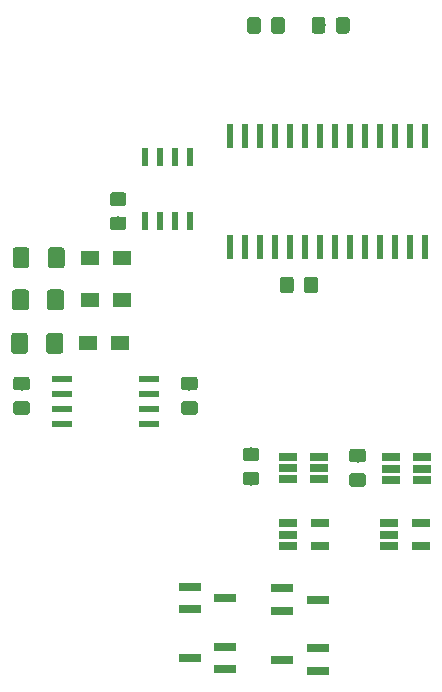
<source format=gtp>
G04 #@! TF.GenerationSoftware,KiCad,Pcbnew,(5.0.0-3-g5ebb6b6)*
G04 #@! TF.CreationDate,2018-11-03T13:26:03-04:00*
G04 #@! TF.ProjectId,vent,76656E742E6B696361645F7063620000,rev?*
G04 #@! TF.SameCoordinates,Original*
G04 #@! TF.FileFunction,Paste,Top*
G04 #@! TF.FilePolarity,Positive*
%FSLAX46Y46*%
G04 Gerber Fmt 4.6, Leading zero omitted, Abs format (unit mm)*
G04 Created by KiCad (PCBNEW (5.0.0-3-g5ebb6b6)) date Saturday, November 03, 2018 at 01:26:03 PM*
%MOMM*%
%LPD*%
G01*
G04 APERTURE LIST*
%ADD10R,0.600000X2.000000*%
%ADD11C,0.100000*%
%ADD12C,1.150000*%
%ADD13R,1.750000X0.550000*%
%ADD14R,0.600000X1.550000*%
%ADD15C,1.425000*%
%ADD16R,1.560000X0.650000*%
%ADD17R,1.900000X0.800000*%
%ADD18R,1.500000X1.300000*%
G04 APERTURE END LIST*
D10*
G04 #@! TO.C,U3*
X165735000Y-82424000D03*
X164465000Y-82424000D03*
X163195000Y-82424000D03*
X161925000Y-82424000D03*
X160655000Y-82424000D03*
X159385000Y-82424000D03*
X158115000Y-82424000D03*
X156845000Y-82424000D03*
X155575000Y-82424000D03*
X154305000Y-82424000D03*
X153035000Y-82424000D03*
X151765000Y-82424000D03*
X150495000Y-82424000D03*
X149225000Y-82424000D03*
X149225000Y-73024000D03*
X150495000Y-73024000D03*
X151765000Y-73024000D03*
X153035000Y-73024000D03*
X154305000Y-73024000D03*
X155575000Y-73024000D03*
X156845000Y-73024000D03*
X158115000Y-73024000D03*
X159385000Y-73024000D03*
X160655000Y-73024000D03*
X161925000Y-73024000D03*
X163195000Y-73024000D03*
X164465000Y-73024000D03*
X165735000Y-73024000D03*
G04 #@! TD*
D11*
G04 #@! TO.C,C2*
G36*
X156432505Y-84899204D02*
X156456773Y-84902804D01*
X156480572Y-84908765D01*
X156503671Y-84917030D01*
X156525850Y-84927520D01*
X156546893Y-84940132D01*
X156566599Y-84954747D01*
X156584777Y-84971223D01*
X156601253Y-84989401D01*
X156615868Y-85009107D01*
X156628480Y-85030150D01*
X156638970Y-85052329D01*
X156647235Y-85075428D01*
X156653196Y-85099227D01*
X156656796Y-85123495D01*
X156658000Y-85147999D01*
X156658000Y-86048001D01*
X156656796Y-86072505D01*
X156653196Y-86096773D01*
X156647235Y-86120572D01*
X156638970Y-86143671D01*
X156628480Y-86165850D01*
X156615868Y-86186893D01*
X156601253Y-86206599D01*
X156584777Y-86224777D01*
X156566599Y-86241253D01*
X156546893Y-86255868D01*
X156525850Y-86268480D01*
X156503671Y-86278970D01*
X156480572Y-86287235D01*
X156456773Y-86293196D01*
X156432505Y-86296796D01*
X156408001Y-86298000D01*
X155757999Y-86298000D01*
X155733495Y-86296796D01*
X155709227Y-86293196D01*
X155685428Y-86287235D01*
X155662329Y-86278970D01*
X155640150Y-86268480D01*
X155619107Y-86255868D01*
X155599401Y-86241253D01*
X155581223Y-86224777D01*
X155564747Y-86206599D01*
X155550132Y-86186893D01*
X155537520Y-86165850D01*
X155527030Y-86143671D01*
X155518765Y-86120572D01*
X155512804Y-86096773D01*
X155509204Y-86072505D01*
X155508000Y-86048001D01*
X155508000Y-85147999D01*
X155509204Y-85123495D01*
X155512804Y-85099227D01*
X155518765Y-85075428D01*
X155527030Y-85052329D01*
X155537520Y-85030150D01*
X155550132Y-85009107D01*
X155564747Y-84989401D01*
X155581223Y-84971223D01*
X155599401Y-84954747D01*
X155619107Y-84940132D01*
X155640150Y-84927520D01*
X155662329Y-84917030D01*
X155685428Y-84908765D01*
X155709227Y-84902804D01*
X155733495Y-84899204D01*
X155757999Y-84898000D01*
X156408001Y-84898000D01*
X156432505Y-84899204D01*
X156432505Y-84899204D01*
G37*
D12*
X156083000Y-85598000D03*
D11*
G36*
X154382505Y-84899204D02*
X154406773Y-84902804D01*
X154430572Y-84908765D01*
X154453671Y-84917030D01*
X154475850Y-84927520D01*
X154496893Y-84940132D01*
X154516599Y-84954747D01*
X154534777Y-84971223D01*
X154551253Y-84989401D01*
X154565868Y-85009107D01*
X154578480Y-85030150D01*
X154588970Y-85052329D01*
X154597235Y-85075428D01*
X154603196Y-85099227D01*
X154606796Y-85123495D01*
X154608000Y-85147999D01*
X154608000Y-86048001D01*
X154606796Y-86072505D01*
X154603196Y-86096773D01*
X154597235Y-86120572D01*
X154588970Y-86143671D01*
X154578480Y-86165850D01*
X154565868Y-86186893D01*
X154551253Y-86206599D01*
X154534777Y-86224777D01*
X154516599Y-86241253D01*
X154496893Y-86255868D01*
X154475850Y-86268480D01*
X154453671Y-86278970D01*
X154430572Y-86287235D01*
X154406773Y-86293196D01*
X154382505Y-86296796D01*
X154358001Y-86298000D01*
X153707999Y-86298000D01*
X153683495Y-86296796D01*
X153659227Y-86293196D01*
X153635428Y-86287235D01*
X153612329Y-86278970D01*
X153590150Y-86268480D01*
X153569107Y-86255868D01*
X153549401Y-86241253D01*
X153531223Y-86224777D01*
X153514747Y-86206599D01*
X153500132Y-86186893D01*
X153487520Y-86165850D01*
X153477030Y-86143671D01*
X153468765Y-86120572D01*
X153462804Y-86096773D01*
X153459204Y-86072505D01*
X153458000Y-86048001D01*
X153458000Y-85147999D01*
X153459204Y-85123495D01*
X153462804Y-85099227D01*
X153468765Y-85075428D01*
X153477030Y-85052329D01*
X153487520Y-85030150D01*
X153500132Y-85009107D01*
X153514747Y-84989401D01*
X153531223Y-84971223D01*
X153549401Y-84954747D01*
X153569107Y-84940132D01*
X153590150Y-84927520D01*
X153612329Y-84917030D01*
X153635428Y-84908765D01*
X153659227Y-84902804D01*
X153683495Y-84899204D01*
X153707999Y-84898000D01*
X154358001Y-84898000D01*
X154382505Y-84899204D01*
X154382505Y-84899204D01*
G37*
D12*
X154033000Y-85598000D03*
G04 #@! TD*
D11*
G04 #@! TO.C,C3*
G36*
X140225305Y-79817204D02*
X140249573Y-79820804D01*
X140273372Y-79826765D01*
X140296471Y-79835030D01*
X140318650Y-79845520D01*
X140339693Y-79858132D01*
X140359399Y-79872747D01*
X140377577Y-79889223D01*
X140394053Y-79907401D01*
X140408668Y-79927107D01*
X140421280Y-79948150D01*
X140431770Y-79970329D01*
X140440035Y-79993428D01*
X140445996Y-80017227D01*
X140449596Y-80041495D01*
X140450800Y-80065999D01*
X140450800Y-80716001D01*
X140449596Y-80740505D01*
X140445996Y-80764773D01*
X140440035Y-80788572D01*
X140431770Y-80811671D01*
X140421280Y-80833850D01*
X140408668Y-80854893D01*
X140394053Y-80874599D01*
X140377577Y-80892777D01*
X140359399Y-80909253D01*
X140339693Y-80923868D01*
X140318650Y-80936480D01*
X140296471Y-80946970D01*
X140273372Y-80955235D01*
X140249573Y-80961196D01*
X140225305Y-80964796D01*
X140200801Y-80966000D01*
X139300799Y-80966000D01*
X139276295Y-80964796D01*
X139252027Y-80961196D01*
X139228228Y-80955235D01*
X139205129Y-80946970D01*
X139182950Y-80936480D01*
X139161907Y-80923868D01*
X139142201Y-80909253D01*
X139124023Y-80892777D01*
X139107547Y-80874599D01*
X139092932Y-80854893D01*
X139080320Y-80833850D01*
X139069830Y-80811671D01*
X139061565Y-80788572D01*
X139055604Y-80764773D01*
X139052004Y-80740505D01*
X139050800Y-80716001D01*
X139050800Y-80065999D01*
X139052004Y-80041495D01*
X139055604Y-80017227D01*
X139061565Y-79993428D01*
X139069830Y-79970329D01*
X139080320Y-79948150D01*
X139092932Y-79927107D01*
X139107547Y-79907401D01*
X139124023Y-79889223D01*
X139142201Y-79872747D01*
X139161907Y-79858132D01*
X139182950Y-79845520D01*
X139205129Y-79835030D01*
X139228228Y-79826765D01*
X139252027Y-79820804D01*
X139276295Y-79817204D01*
X139300799Y-79816000D01*
X140200801Y-79816000D01*
X140225305Y-79817204D01*
X140225305Y-79817204D01*
G37*
D12*
X139750800Y-80391000D03*
D11*
G36*
X140225305Y-77767204D02*
X140249573Y-77770804D01*
X140273372Y-77776765D01*
X140296471Y-77785030D01*
X140318650Y-77795520D01*
X140339693Y-77808132D01*
X140359399Y-77822747D01*
X140377577Y-77839223D01*
X140394053Y-77857401D01*
X140408668Y-77877107D01*
X140421280Y-77898150D01*
X140431770Y-77920329D01*
X140440035Y-77943428D01*
X140445996Y-77967227D01*
X140449596Y-77991495D01*
X140450800Y-78015999D01*
X140450800Y-78666001D01*
X140449596Y-78690505D01*
X140445996Y-78714773D01*
X140440035Y-78738572D01*
X140431770Y-78761671D01*
X140421280Y-78783850D01*
X140408668Y-78804893D01*
X140394053Y-78824599D01*
X140377577Y-78842777D01*
X140359399Y-78859253D01*
X140339693Y-78873868D01*
X140318650Y-78886480D01*
X140296471Y-78896970D01*
X140273372Y-78905235D01*
X140249573Y-78911196D01*
X140225305Y-78914796D01*
X140200801Y-78916000D01*
X139300799Y-78916000D01*
X139276295Y-78914796D01*
X139252027Y-78911196D01*
X139228228Y-78905235D01*
X139205129Y-78896970D01*
X139182950Y-78886480D01*
X139161907Y-78873868D01*
X139142201Y-78859253D01*
X139124023Y-78842777D01*
X139107547Y-78824599D01*
X139092932Y-78804893D01*
X139080320Y-78783850D01*
X139069830Y-78761671D01*
X139061565Y-78738572D01*
X139055604Y-78714773D01*
X139052004Y-78690505D01*
X139050800Y-78666001D01*
X139050800Y-78015999D01*
X139052004Y-77991495D01*
X139055604Y-77967227D01*
X139061565Y-77943428D01*
X139069830Y-77920329D01*
X139080320Y-77898150D01*
X139092932Y-77877107D01*
X139107547Y-77857401D01*
X139124023Y-77839223D01*
X139142201Y-77822747D01*
X139161907Y-77808132D01*
X139182950Y-77795520D01*
X139205129Y-77785030D01*
X139228228Y-77776765D01*
X139252027Y-77770804D01*
X139276295Y-77767204D01*
X139300799Y-77766000D01*
X140200801Y-77766000D01*
X140225305Y-77767204D01*
X140225305Y-77767204D01*
G37*
D12*
X139750800Y-78341000D03*
G04 #@! TD*
D11*
G04 #@! TO.C,C4*
G36*
X157067505Y-62928204D02*
X157091773Y-62931804D01*
X157115572Y-62937765D01*
X157138671Y-62946030D01*
X157160850Y-62956520D01*
X157181893Y-62969132D01*
X157201599Y-62983747D01*
X157219777Y-63000223D01*
X157236253Y-63018401D01*
X157250868Y-63038107D01*
X157263480Y-63059150D01*
X157273970Y-63081329D01*
X157282235Y-63104428D01*
X157288196Y-63128227D01*
X157291796Y-63152495D01*
X157293000Y-63176999D01*
X157293000Y-64077001D01*
X157291796Y-64101505D01*
X157288196Y-64125773D01*
X157282235Y-64149572D01*
X157273970Y-64172671D01*
X157263480Y-64194850D01*
X157250868Y-64215893D01*
X157236253Y-64235599D01*
X157219777Y-64253777D01*
X157201599Y-64270253D01*
X157181893Y-64284868D01*
X157160850Y-64297480D01*
X157138671Y-64307970D01*
X157115572Y-64316235D01*
X157091773Y-64322196D01*
X157067505Y-64325796D01*
X157043001Y-64327000D01*
X156392999Y-64327000D01*
X156368495Y-64325796D01*
X156344227Y-64322196D01*
X156320428Y-64316235D01*
X156297329Y-64307970D01*
X156275150Y-64297480D01*
X156254107Y-64284868D01*
X156234401Y-64270253D01*
X156216223Y-64253777D01*
X156199747Y-64235599D01*
X156185132Y-64215893D01*
X156172520Y-64194850D01*
X156162030Y-64172671D01*
X156153765Y-64149572D01*
X156147804Y-64125773D01*
X156144204Y-64101505D01*
X156143000Y-64077001D01*
X156143000Y-63176999D01*
X156144204Y-63152495D01*
X156147804Y-63128227D01*
X156153765Y-63104428D01*
X156162030Y-63081329D01*
X156172520Y-63059150D01*
X156185132Y-63038107D01*
X156199747Y-63018401D01*
X156216223Y-63000223D01*
X156234401Y-62983747D01*
X156254107Y-62969132D01*
X156275150Y-62956520D01*
X156297329Y-62946030D01*
X156320428Y-62937765D01*
X156344227Y-62931804D01*
X156368495Y-62928204D01*
X156392999Y-62927000D01*
X157043001Y-62927000D01*
X157067505Y-62928204D01*
X157067505Y-62928204D01*
G37*
D12*
X156718000Y-63627000D03*
D11*
G36*
X159117505Y-62928204D02*
X159141773Y-62931804D01*
X159165572Y-62937765D01*
X159188671Y-62946030D01*
X159210850Y-62956520D01*
X159231893Y-62969132D01*
X159251599Y-62983747D01*
X159269777Y-63000223D01*
X159286253Y-63018401D01*
X159300868Y-63038107D01*
X159313480Y-63059150D01*
X159323970Y-63081329D01*
X159332235Y-63104428D01*
X159338196Y-63128227D01*
X159341796Y-63152495D01*
X159343000Y-63176999D01*
X159343000Y-64077001D01*
X159341796Y-64101505D01*
X159338196Y-64125773D01*
X159332235Y-64149572D01*
X159323970Y-64172671D01*
X159313480Y-64194850D01*
X159300868Y-64215893D01*
X159286253Y-64235599D01*
X159269777Y-64253777D01*
X159251599Y-64270253D01*
X159231893Y-64284868D01*
X159210850Y-64297480D01*
X159188671Y-64307970D01*
X159165572Y-64316235D01*
X159141773Y-64322196D01*
X159117505Y-64325796D01*
X159093001Y-64327000D01*
X158442999Y-64327000D01*
X158418495Y-64325796D01*
X158394227Y-64322196D01*
X158370428Y-64316235D01*
X158347329Y-64307970D01*
X158325150Y-64297480D01*
X158304107Y-64284868D01*
X158284401Y-64270253D01*
X158266223Y-64253777D01*
X158249747Y-64235599D01*
X158235132Y-64215893D01*
X158222520Y-64194850D01*
X158212030Y-64172671D01*
X158203765Y-64149572D01*
X158197804Y-64125773D01*
X158194204Y-64101505D01*
X158193000Y-64077001D01*
X158193000Y-63176999D01*
X158194204Y-63152495D01*
X158197804Y-63128227D01*
X158203765Y-63104428D01*
X158212030Y-63081329D01*
X158222520Y-63059150D01*
X158235132Y-63038107D01*
X158249747Y-63018401D01*
X158266223Y-63000223D01*
X158284401Y-62983747D01*
X158304107Y-62969132D01*
X158325150Y-62956520D01*
X158347329Y-62946030D01*
X158370428Y-62937765D01*
X158394227Y-62931804D01*
X158418495Y-62928204D01*
X158442999Y-62927000D01*
X159093001Y-62927000D01*
X159117505Y-62928204D01*
X159117505Y-62928204D01*
G37*
D12*
X158768000Y-63627000D03*
G04 #@! TD*
D11*
G04 #@! TO.C,C5*
G36*
X151588505Y-62928204D02*
X151612773Y-62931804D01*
X151636572Y-62937765D01*
X151659671Y-62946030D01*
X151681850Y-62956520D01*
X151702893Y-62969132D01*
X151722599Y-62983747D01*
X151740777Y-63000223D01*
X151757253Y-63018401D01*
X151771868Y-63038107D01*
X151784480Y-63059150D01*
X151794970Y-63081329D01*
X151803235Y-63104428D01*
X151809196Y-63128227D01*
X151812796Y-63152495D01*
X151814000Y-63176999D01*
X151814000Y-64077001D01*
X151812796Y-64101505D01*
X151809196Y-64125773D01*
X151803235Y-64149572D01*
X151794970Y-64172671D01*
X151784480Y-64194850D01*
X151771868Y-64215893D01*
X151757253Y-64235599D01*
X151740777Y-64253777D01*
X151722599Y-64270253D01*
X151702893Y-64284868D01*
X151681850Y-64297480D01*
X151659671Y-64307970D01*
X151636572Y-64316235D01*
X151612773Y-64322196D01*
X151588505Y-64325796D01*
X151564001Y-64327000D01*
X150913999Y-64327000D01*
X150889495Y-64325796D01*
X150865227Y-64322196D01*
X150841428Y-64316235D01*
X150818329Y-64307970D01*
X150796150Y-64297480D01*
X150775107Y-64284868D01*
X150755401Y-64270253D01*
X150737223Y-64253777D01*
X150720747Y-64235599D01*
X150706132Y-64215893D01*
X150693520Y-64194850D01*
X150683030Y-64172671D01*
X150674765Y-64149572D01*
X150668804Y-64125773D01*
X150665204Y-64101505D01*
X150664000Y-64077001D01*
X150664000Y-63176999D01*
X150665204Y-63152495D01*
X150668804Y-63128227D01*
X150674765Y-63104428D01*
X150683030Y-63081329D01*
X150693520Y-63059150D01*
X150706132Y-63038107D01*
X150720747Y-63018401D01*
X150737223Y-63000223D01*
X150755401Y-62983747D01*
X150775107Y-62969132D01*
X150796150Y-62956520D01*
X150818329Y-62946030D01*
X150841428Y-62937765D01*
X150865227Y-62931804D01*
X150889495Y-62928204D01*
X150913999Y-62927000D01*
X151564001Y-62927000D01*
X151588505Y-62928204D01*
X151588505Y-62928204D01*
G37*
D12*
X151239000Y-63627000D03*
D11*
G36*
X153638505Y-62928204D02*
X153662773Y-62931804D01*
X153686572Y-62937765D01*
X153709671Y-62946030D01*
X153731850Y-62956520D01*
X153752893Y-62969132D01*
X153772599Y-62983747D01*
X153790777Y-63000223D01*
X153807253Y-63018401D01*
X153821868Y-63038107D01*
X153834480Y-63059150D01*
X153844970Y-63081329D01*
X153853235Y-63104428D01*
X153859196Y-63128227D01*
X153862796Y-63152495D01*
X153864000Y-63176999D01*
X153864000Y-64077001D01*
X153862796Y-64101505D01*
X153859196Y-64125773D01*
X153853235Y-64149572D01*
X153844970Y-64172671D01*
X153834480Y-64194850D01*
X153821868Y-64215893D01*
X153807253Y-64235599D01*
X153790777Y-64253777D01*
X153772599Y-64270253D01*
X153752893Y-64284868D01*
X153731850Y-64297480D01*
X153709671Y-64307970D01*
X153686572Y-64316235D01*
X153662773Y-64322196D01*
X153638505Y-64325796D01*
X153614001Y-64327000D01*
X152963999Y-64327000D01*
X152939495Y-64325796D01*
X152915227Y-64322196D01*
X152891428Y-64316235D01*
X152868329Y-64307970D01*
X152846150Y-64297480D01*
X152825107Y-64284868D01*
X152805401Y-64270253D01*
X152787223Y-64253777D01*
X152770747Y-64235599D01*
X152756132Y-64215893D01*
X152743520Y-64194850D01*
X152733030Y-64172671D01*
X152724765Y-64149572D01*
X152718804Y-64125773D01*
X152715204Y-64101505D01*
X152714000Y-64077001D01*
X152714000Y-63176999D01*
X152715204Y-63152495D01*
X152718804Y-63128227D01*
X152724765Y-63104428D01*
X152733030Y-63081329D01*
X152743520Y-63059150D01*
X152756132Y-63038107D01*
X152770747Y-63018401D01*
X152787223Y-63000223D01*
X152805401Y-62983747D01*
X152825107Y-62969132D01*
X152846150Y-62956520D01*
X152868329Y-62946030D01*
X152891428Y-62937765D01*
X152915227Y-62931804D01*
X152939495Y-62928204D01*
X152963999Y-62927000D01*
X153614001Y-62927000D01*
X153638505Y-62928204D01*
X153638505Y-62928204D01*
G37*
D12*
X153289000Y-63627000D03*
G04 #@! TD*
D11*
G04 #@! TO.C,C6*
G36*
X151477505Y-101425204D02*
X151501773Y-101428804D01*
X151525572Y-101434765D01*
X151548671Y-101443030D01*
X151570850Y-101453520D01*
X151591893Y-101466132D01*
X151611599Y-101480747D01*
X151629777Y-101497223D01*
X151646253Y-101515401D01*
X151660868Y-101535107D01*
X151673480Y-101556150D01*
X151683970Y-101578329D01*
X151692235Y-101601428D01*
X151698196Y-101625227D01*
X151701796Y-101649495D01*
X151703000Y-101673999D01*
X151703000Y-102324001D01*
X151701796Y-102348505D01*
X151698196Y-102372773D01*
X151692235Y-102396572D01*
X151683970Y-102419671D01*
X151673480Y-102441850D01*
X151660868Y-102462893D01*
X151646253Y-102482599D01*
X151629777Y-102500777D01*
X151611599Y-102517253D01*
X151591893Y-102531868D01*
X151570850Y-102544480D01*
X151548671Y-102554970D01*
X151525572Y-102563235D01*
X151501773Y-102569196D01*
X151477505Y-102572796D01*
X151453001Y-102574000D01*
X150552999Y-102574000D01*
X150528495Y-102572796D01*
X150504227Y-102569196D01*
X150480428Y-102563235D01*
X150457329Y-102554970D01*
X150435150Y-102544480D01*
X150414107Y-102531868D01*
X150394401Y-102517253D01*
X150376223Y-102500777D01*
X150359747Y-102482599D01*
X150345132Y-102462893D01*
X150332520Y-102441850D01*
X150322030Y-102419671D01*
X150313765Y-102396572D01*
X150307804Y-102372773D01*
X150304204Y-102348505D01*
X150303000Y-102324001D01*
X150303000Y-101673999D01*
X150304204Y-101649495D01*
X150307804Y-101625227D01*
X150313765Y-101601428D01*
X150322030Y-101578329D01*
X150332520Y-101556150D01*
X150345132Y-101535107D01*
X150359747Y-101515401D01*
X150376223Y-101497223D01*
X150394401Y-101480747D01*
X150414107Y-101466132D01*
X150435150Y-101453520D01*
X150457329Y-101443030D01*
X150480428Y-101434765D01*
X150504227Y-101428804D01*
X150528495Y-101425204D01*
X150552999Y-101424000D01*
X151453001Y-101424000D01*
X151477505Y-101425204D01*
X151477505Y-101425204D01*
G37*
D12*
X151003000Y-101999000D03*
D11*
G36*
X151477505Y-99375204D02*
X151501773Y-99378804D01*
X151525572Y-99384765D01*
X151548671Y-99393030D01*
X151570850Y-99403520D01*
X151591893Y-99416132D01*
X151611599Y-99430747D01*
X151629777Y-99447223D01*
X151646253Y-99465401D01*
X151660868Y-99485107D01*
X151673480Y-99506150D01*
X151683970Y-99528329D01*
X151692235Y-99551428D01*
X151698196Y-99575227D01*
X151701796Y-99599495D01*
X151703000Y-99623999D01*
X151703000Y-100274001D01*
X151701796Y-100298505D01*
X151698196Y-100322773D01*
X151692235Y-100346572D01*
X151683970Y-100369671D01*
X151673480Y-100391850D01*
X151660868Y-100412893D01*
X151646253Y-100432599D01*
X151629777Y-100450777D01*
X151611599Y-100467253D01*
X151591893Y-100481868D01*
X151570850Y-100494480D01*
X151548671Y-100504970D01*
X151525572Y-100513235D01*
X151501773Y-100519196D01*
X151477505Y-100522796D01*
X151453001Y-100524000D01*
X150552999Y-100524000D01*
X150528495Y-100522796D01*
X150504227Y-100519196D01*
X150480428Y-100513235D01*
X150457329Y-100504970D01*
X150435150Y-100494480D01*
X150414107Y-100481868D01*
X150394401Y-100467253D01*
X150376223Y-100450777D01*
X150359747Y-100432599D01*
X150345132Y-100412893D01*
X150332520Y-100391850D01*
X150322030Y-100369671D01*
X150313765Y-100346572D01*
X150307804Y-100322773D01*
X150304204Y-100298505D01*
X150303000Y-100274001D01*
X150303000Y-99623999D01*
X150304204Y-99599495D01*
X150307804Y-99575227D01*
X150313765Y-99551428D01*
X150322030Y-99528329D01*
X150332520Y-99506150D01*
X150345132Y-99485107D01*
X150359747Y-99465401D01*
X150376223Y-99447223D01*
X150394401Y-99430747D01*
X150414107Y-99416132D01*
X150435150Y-99403520D01*
X150457329Y-99393030D01*
X150480428Y-99384765D01*
X150504227Y-99378804D01*
X150528495Y-99375204D01*
X150552999Y-99374000D01*
X151453001Y-99374000D01*
X151477505Y-99375204D01*
X151477505Y-99375204D01*
G37*
D12*
X151003000Y-99949000D03*
G04 #@! TD*
D11*
G04 #@! TO.C,C7*
G36*
X160494505Y-99484204D02*
X160518773Y-99487804D01*
X160542572Y-99493765D01*
X160565671Y-99502030D01*
X160587850Y-99512520D01*
X160608893Y-99525132D01*
X160628599Y-99539747D01*
X160646777Y-99556223D01*
X160663253Y-99574401D01*
X160677868Y-99594107D01*
X160690480Y-99615150D01*
X160700970Y-99637329D01*
X160709235Y-99660428D01*
X160715196Y-99684227D01*
X160718796Y-99708495D01*
X160720000Y-99732999D01*
X160720000Y-100383001D01*
X160718796Y-100407505D01*
X160715196Y-100431773D01*
X160709235Y-100455572D01*
X160700970Y-100478671D01*
X160690480Y-100500850D01*
X160677868Y-100521893D01*
X160663253Y-100541599D01*
X160646777Y-100559777D01*
X160628599Y-100576253D01*
X160608893Y-100590868D01*
X160587850Y-100603480D01*
X160565671Y-100613970D01*
X160542572Y-100622235D01*
X160518773Y-100628196D01*
X160494505Y-100631796D01*
X160470001Y-100633000D01*
X159569999Y-100633000D01*
X159545495Y-100631796D01*
X159521227Y-100628196D01*
X159497428Y-100622235D01*
X159474329Y-100613970D01*
X159452150Y-100603480D01*
X159431107Y-100590868D01*
X159411401Y-100576253D01*
X159393223Y-100559777D01*
X159376747Y-100541599D01*
X159362132Y-100521893D01*
X159349520Y-100500850D01*
X159339030Y-100478671D01*
X159330765Y-100455572D01*
X159324804Y-100431773D01*
X159321204Y-100407505D01*
X159320000Y-100383001D01*
X159320000Y-99732999D01*
X159321204Y-99708495D01*
X159324804Y-99684227D01*
X159330765Y-99660428D01*
X159339030Y-99637329D01*
X159349520Y-99615150D01*
X159362132Y-99594107D01*
X159376747Y-99574401D01*
X159393223Y-99556223D01*
X159411401Y-99539747D01*
X159431107Y-99525132D01*
X159452150Y-99512520D01*
X159474329Y-99502030D01*
X159497428Y-99493765D01*
X159521227Y-99487804D01*
X159545495Y-99484204D01*
X159569999Y-99483000D01*
X160470001Y-99483000D01*
X160494505Y-99484204D01*
X160494505Y-99484204D01*
G37*
D12*
X160020000Y-100058000D03*
D11*
G36*
X160494505Y-101534204D02*
X160518773Y-101537804D01*
X160542572Y-101543765D01*
X160565671Y-101552030D01*
X160587850Y-101562520D01*
X160608893Y-101575132D01*
X160628599Y-101589747D01*
X160646777Y-101606223D01*
X160663253Y-101624401D01*
X160677868Y-101644107D01*
X160690480Y-101665150D01*
X160700970Y-101687329D01*
X160709235Y-101710428D01*
X160715196Y-101734227D01*
X160718796Y-101758495D01*
X160720000Y-101782999D01*
X160720000Y-102433001D01*
X160718796Y-102457505D01*
X160715196Y-102481773D01*
X160709235Y-102505572D01*
X160700970Y-102528671D01*
X160690480Y-102550850D01*
X160677868Y-102571893D01*
X160663253Y-102591599D01*
X160646777Y-102609777D01*
X160628599Y-102626253D01*
X160608893Y-102640868D01*
X160587850Y-102653480D01*
X160565671Y-102663970D01*
X160542572Y-102672235D01*
X160518773Y-102678196D01*
X160494505Y-102681796D01*
X160470001Y-102683000D01*
X159569999Y-102683000D01*
X159545495Y-102681796D01*
X159521227Y-102678196D01*
X159497428Y-102672235D01*
X159474329Y-102663970D01*
X159452150Y-102653480D01*
X159431107Y-102640868D01*
X159411401Y-102626253D01*
X159393223Y-102609777D01*
X159376747Y-102591599D01*
X159362132Y-102571893D01*
X159349520Y-102550850D01*
X159339030Y-102528671D01*
X159330765Y-102505572D01*
X159324804Y-102481773D01*
X159321204Y-102457505D01*
X159320000Y-102433001D01*
X159320000Y-101782999D01*
X159321204Y-101758495D01*
X159324804Y-101734227D01*
X159330765Y-101710428D01*
X159339030Y-101687329D01*
X159349520Y-101665150D01*
X159362132Y-101644107D01*
X159376747Y-101624401D01*
X159393223Y-101606223D01*
X159411401Y-101589747D01*
X159431107Y-101575132D01*
X159452150Y-101562520D01*
X159474329Y-101552030D01*
X159497428Y-101543765D01*
X159521227Y-101537804D01*
X159545495Y-101534204D01*
X159569999Y-101533000D01*
X160470001Y-101533000D01*
X160494505Y-101534204D01*
X160494505Y-101534204D01*
G37*
D12*
X160020000Y-102108000D03*
G04 #@! TD*
D11*
G04 #@! TO.C,C8*
G36*
X132046505Y-93388204D02*
X132070773Y-93391804D01*
X132094572Y-93397765D01*
X132117671Y-93406030D01*
X132139850Y-93416520D01*
X132160893Y-93429132D01*
X132180599Y-93443747D01*
X132198777Y-93460223D01*
X132215253Y-93478401D01*
X132229868Y-93498107D01*
X132242480Y-93519150D01*
X132252970Y-93541329D01*
X132261235Y-93564428D01*
X132267196Y-93588227D01*
X132270796Y-93612495D01*
X132272000Y-93636999D01*
X132272000Y-94287001D01*
X132270796Y-94311505D01*
X132267196Y-94335773D01*
X132261235Y-94359572D01*
X132252970Y-94382671D01*
X132242480Y-94404850D01*
X132229868Y-94425893D01*
X132215253Y-94445599D01*
X132198777Y-94463777D01*
X132180599Y-94480253D01*
X132160893Y-94494868D01*
X132139850Y-94507480D01*
X132117671Y-94517970D01*
X132094572Y-94526235D01*
X132070773Y-94532196D01*
X132046505Y-94535796D01*
X132022001Y-94537000D01*
X131121999Y-94537000D01*
X131097495Y-94535796D01*
X131073227Y-94532196D01*
X131049428Y-94526235D01*
X131026329Y-94517970D01*
X131004150Y-94507480D01*
X130983107Y-94494868D01*
X130963401Y-94480253D01*
X130945223Y-94463777D01*
X130928747Y-94445599D01*
X130914132Y-94425893D01*
X130901520Y-94404850D01*
X130891030Y-94382671D01*
X130882765Y-94359572D01*
X130876804Y-94335773D01*
X130873204Y-94311505D01*
X130872000Y-94287001D01*
X130872000Y-93636999D01*
X130873204Y-93612495D01*
X130876804Y-93588227D01*
X130882765Y-93564428D01*
X130891030Y-93541329D01*
X130901520Y-93519150D01*
X130914132Y-93498107D01*
X130928747Y-93478401D01*
X130945223Y-93460223D01*
X130963401Y-93443747D01*
X130983107Y-93429132D01*
X131004150Y-93416520D01*
X131026329Y-93406030D01*
X131049428Y-93397765D01*
X131073227Y-93391804D01*
X131097495Y-93388204D01*
X131121999Y-93387000D01*
X132022001Y-93387000D01*
X132046505Y-93388204D01*
X132046505Y-93388204D01*
G37*
D12*
X131572000Y-93962000D03*
D11*
G36*
X132046505Y-95438204D02*
X132070773Y-95441804D01*
X132094572Y-95447765D01*
X132117671Y-95456030D01*
X132139850Y-95466520D01*
X132160893Y-95479132D01*
X132180599Y-95493747D01*
X132198777Y-95510223D01*
X132215253Y-95528401D01*
X132229868Y-95548107D01*
X132242480Y-95569150D01*
X132252970Y-95591329D01*
X132261235Y-95614428D01*
X132267196Y-95638227D01*
X132270796Y-95662495D01*
X132272000Y-95686999D01*
X132272000Y-96337001D01*
X132270796Y-96361505D01*
X132267196Y-96385773D01*
X132261235Y-96409572D01*
X132252970Y-96432671D01*
X132242480Y-96454850D01*
X132229868Y-96475893D01*
X132215253Y-96495599D01*
X132198777Y-96513777D01*
X132180599Y-96530253D01*
X132160893Y-96544868D01*
X132139850Y-96557480D01*
X132117671Y-96567970D01*
X132094572Y-96576235D01*
X132070773Y-96582196D01*
X132046505Y-96585796D01*
X132022001Y-96587000D01*
X131121999Y-96587000D01*
X131097495Y-96585796D01*
X131073227Y-96582196D01*
X131049428Y-96576235D01*
X131026329Y-96567970D01*
X131004150Y-96557480D01*
X130983107Y-96544868D01*
X130963401Y-96530253D01*
X130945223Y-96513777D01*
X130928747Y-96495599D01*
X130914132Y-96475893D01*
X130901520Y-96454850D01*
X130891030Y-96432671D01*
X130882765Y-96409572D01*
X130876804Y-96385773D01*
X130873204Y-96361505D01*
X130872000Y-96337001D01*
X130872000Y-95686999D01*
X130873204Y-95662495D01*
X130876804Y-95638227D01*
X130882765Y-95614428D01*
X130891030Y-95591329D01*
X130901520Y-95569150D01*
X130914132Y-95548107D01*
X130928747Y-95528401D01*
X130945223Y-95510223D01*
X130963401Y-95493747D01*
X130983107Y-95479132D01*
X131004150Y-95466520D01*
X131026329Y-95456030D01*
X131049428Y-95447765D01*
X131073227Y-95441804D01*
X131097495Y-95438204D01*
X131121999Y-95437000D01*
X132022001Y-95437000D01*
X132046505Y-95438204D01*
X132046505Y-95438204D01*
G37*
D12*
X131572000Y-96012000D03*
G04 #@! TD*
D11*
G04 #@! TO.C,C9*
G36*
X146252505Y-95438204D02*
X146276773Y-95441804D01*
X146300572Y-95447765D01*
X146323671Y-95456030D01*
X146345850Y-95466520D01*
X146366893Y-95479132D01*
X146386599Y-95493747D01*
X146404777Y-95510223D01*
X146421253Y-95528401D01*
X146435868Y-95548107D01*
X146448480Y-95569150D01*
X146458970Y-95591329D01*
X146467235Y-95614428D01*
X146473196Y-95638227D01*
X146476796Y-95662495D01*
X146478000Y-95686999D01*
X146478000Y-96337001D01*
X146476796Y-96361505D01*
X146473196Y-96385773D01*
X146467235Y-96409572D01*
X146458970Y-96432671D01*
X146448480Y-96454850D01*
X146435868Y-96475893D01*
X146421253Y-96495599D01*
X146404777Y-96513777D01*
X146386599Y-96530253D01*
X146366893Y-96544868D01*
X146345850Y-96557480D01*
X146323671Y-96567970D01*
X146300572Y-96576235D01*
X146276773Y-96582196D01*
X146252505Y-96585796D01*
X146228001Y-96587000D01*
X145327999Y-96587000D01*
X145303495Y-96585796D01*
X145279227Y-96582196D01*
X145255428Y-96576235D01*
X145232329Y-96567970D01*
X145210150Y-96557480D01*
X145189107Y-96544868D01*
X145169401Y-96530253D01*
X145151223Y-96513777D01*
X145134747Y-96495599D01*
X145120132Y-96475893D01*
X145107520Y-96454850D01*
X145097030Y-96432671D01*
X145088765Y-96409572D01*
X145082804Y-96385773D01*
X145079204Y-96361505D01*
X145078000Y-96337001D01*
X145078000Y-95686999D01*
X145079204Y-95662495D01*
X145082804Y-95638227D01*
X145088765Y-95614428D01*
X145097030Y-95591329D01*
X145107520Y-95569150D01*
X145120132Y-95548107D01*
X145134747Y-95528401D01*
X145151223Y-95510223D01*
X145169401Y-95493747D01*
X145189107Y-95479132D01*
X145210150Y-95466520D01*
X145232329Y-95456030D01*
X145255428Y-95447765D01*
X145279227Y-95441804D01*
X145303495Y-95438204D01*
X145327999Y-95437000D01*
X146228001Y-95437000D01*
X146252505Y-95438204D01*
X146252505Y-95438204D01*
G37*
D12*
X145778000Y-96012000D03*
D11*
G36*
X146252505Y-93388204D02*
X146276773Y-93391804D01*
X146300572Y-93397765D01*
X146323671Y-93406030D01*
X146345850Y-93416520D01*
X146366893Y-93429132D01*
X146386599Y-93443747D01*
X146404777Y-93460223D01*
X146421253Y-93478401D01*
X146435868Y-93498107D01*
X146448480Y-93519150D01*
X146458970Y-93541329D01*
X146467235Y-93564428D01*
X146473196Y-93588227D01*
X146476796Y-93612495D01*
X146478000Y-93636999D01*
X146478000Y-94287001D01*
X146476796Y-94311505D01*
X146473196Y-94335773D01*
X146467235Y-94359572D01*
X146458970Y-94382671D01*
X146448480Y-94404850D01*
X146435868Y-94425893D01*
X146421253Y-94445599D01*
X146404777Y-94463777D01*
X146386599Y-94480253D01*
X146366893Y-94494868D01*
X146345850Y-94507480D01*
X146323671Y-94517970D01*
X146300572Y-94526235D01*
X146276773Y-94532196D01*
X146252505Y-94535796D01*
X146228001Y-94537000D01*
X145327999Y-94537000D01*
X145303495Y-94535796D01*
X145279227Y-94532196D01*
X145255428Y-94526235D01*
X145232329Y-94517970D01*
X145210150Y-94507480D01*
X145189107Y-94494868D01*
X145169401Y-94480253D01*
X145151223Y-94463777D01*
X145134747Y-94445599D01*
X145120132Y-94425893D01*
X145107520Y-94404850D01*
X145097030Y-94382671D01*
X145088765Y-94359572D01*
X145082804Y-94335773D01*
X145079204Y-94311505D01*
X145078000Y-94287001D01*
X145078000Y-93636999D01*
X145079204Y-93612495D01*
X145082804Y-93588227D01*
X145088765Y-93564428D01*
X145097030Y-93541329D01*
X145107520Y-93519150D01*
X145120132Y-93498107D01*
X145134747Y-93478401D01*
X145151223Y-93460223D01*
X145169401Y-93443747D01*
X145189107Y-93429132D01*
X145210150Y-93416520D01*
X145232329Y-93406030D01*
X145255428Y-93397765D01*
X145279227Y-93391804D01*
X145303495Y-93388204D01*
X145327999Y-93387000D01*
X146228001Y-93387000D01*
X146252505Y-93388204D01*
X146252505Y-93388204D01*
G37*
D12*
X145778000Y-93962000D03*
G04 #@! TD*
D13*
G04 #@! TO.C,U9*
X134984000Y-97409000D03*
X134984000Y-96139000D03*
X134984000Y-94869000D03*
X134984000Y-93599000D03*
X142384000Y-93599000D03*
X142384000Y-94869000D03*
X142384000Y-96139000D03*
X142384000Y-97409000D03*
G04 #@! TD*
D14*
G04 #@! TO.C,U2*
X145796000Y-80170000D03*
X144526000Y-80170000D03*
X143256000Y-80170000D03*
X141986000Y-80170000D03*
X141986000Y-74770000D03*
X143256000Y-74770000D03*
X144526000Y-74770000D03*
X145796000Y-74770000D03*
G04 #@! TD*
D11*
G04 #@! TO.C,D1*
G36*
X134863696Y-89675433D02*
X134887965Y-89679033D01*
X134911763Y-89684994D01*
X134934863Y-89693259D01*
X134957041Y-89703749D01*
X134978085Y-89716362D01*
X134997790Y-89730976D01*
X135015969Y-89747452D01*
X135032445Y-89765631D01*
X135047059Y-89785336D01*
X135059672Y-89806380D01*
X135070162Y-89828558D01*
X135078427Y-89851658D01*
X135084388Y-89875456D01*
X135087988Y-89899725D01*
X135089192Y-89924229D01*
X135089192Y-91174229D01*
X135087988Y-91198733D01*
X135084388Y-91223002D01*
X135078427Y-91246800D01*
X135070162Y-91269900D01*
X135059672Y-91292078D01*
X135047059Y-91313122D01*
X135032445Y-91332827D01*
X135015969Y-91351006D01*
X134997790Y-91367482D01*
X134978085Y-91382096D01*
X134957041Y-91394709D01*
X134934863Y-91405199D01*
X134911763Y-91413464D01*
X134887965Y-91419425D01*
X134863696Y-91423025D01*
X134839192Y-91424229D01*
X133914192Y-91424229D01*
X133889688Y-91423025D01*
X133865419Y-91419425D01*
X133841621Y-91413464D01*
X133818521Y-91405199D01*
X133796343Y-91394709D01*
X133775299Y-91382096D01*
X133755594Y-91367482D01*
X133737415Y-91351006D01*
X133720939Y-91332827D01*
X133706325Y-91313122D01*
X133693712Y-91292078D01*
X133683222Y-91269900D01*
X133674957Y-91246800D01*
X133668996Y-91223002D01*
X133665396Y-91198733D01*
X133664192Y-91174229D01*
X133664192Y-89924229D01*
X133665396Y-89899725D01*
X133668996Y-89875456D01*
X133674957Y-89851658D01*
X133683222Y-89828558D01*
X133693712Y-89806380D01*
X133706325Y-89785336D01*
X133720939Y-89765631D01*
X133737415Y-89747452D01*
X133755594Y-89730976D01*
X133775299Y-89716362D01*
X133796343Y-89703749D01*
X133818521Y-89693259D01*
X133841621Y-89684994D01*
X133865419Y-89679033D01*
X133889688Y-89675433D01*
X133914192Y-89674229D01*
X134839192Y-89674229D01*
X134863696Y-89675433D01*
X134863696Y-89675433D01*
G37*
D15*
X134376692Y-90549229D03*
D11*
G36*
X131888696Y-89675433D02*
X131912965Y-89679033D01*
X131936763Y-89684994D01*
X131959863Y-89693259D01*
X131982041Y-89703749D01*
X132003085Y-89716362D01*
X132022790Y-89730976D01*
X132040969Y-89747452D01*
X132057445Y-89765631D01*
X132072059Y-89785336D01*
X132084672Y-89806380D01*
X132095162Y-89828558D01*
X132103427Y-89851658D01*
X132109388Y-89875456D01*
X132112988Y-89899725D01*
X132114192Y-89924229D01*
X132114192Y-91174229D01*
X132112988Y-91198733D01*
X132109388Y-91223002D01*
X132103427Y-91246800D01*
X132095162Y-91269900D01*
X132084672Y-91292078D01*
X132072059Y-91313122D01*
X132057445Y-91332827D01*
X132040969Y-91351006D01*
X132022790Y-91367482D01*
X132003085Y-91382096D01*
X131982041Y-91394709D01*
X131959863Y-91405199D01*
X131936763Y-91413464D01*
X131912965Y-91419425D01*
X131888696Y-91423025D01*
X131864192Y-91424229D01*
X130939192Y-91424229D01*
X130914688Y-91423025D01*
X130890419Y-91419425D01*
X130866621Y-91413464D01*
X130843521Y-91405199D01*
X130821343Y-91394709D01*
X130800299Y-91382096D01*
X130780594Y-91367482D01*
X130762415Y-91351006D01*
X130745939Y-91332827D01*
X130731325Y-91313122D01*
X130718712Y-91292078D01*
X130708222Y-91269900D01*
X130699957Y-91246800D01*
X130693996Y-91223002D01*
X130690396Y-91198733D01*
X130689192Y-91174229D01*
X130689192Y-89924229D01*
X130690396Y-89899725D01*
X130693996Y-89875456D01*
X130699957Y-89851658D01*
X130708222Y-89828558D01*
X130718712Y-89806380D01*
X130731325Y-89785336D01*
X130745939Y-89765631D01*
X130762415Y-89747452D01*
X130780594Y-89730976D01*
X130800299Y-89716362D01*
X130821343Y-89703749D01*
X130843521Y-89693259D01*
X130866621Y-89684994D01*
X130890419Y-89679033D01*
X130914688Y-89675433D01*
X130939192Y-89674229D01*
X131864192Y-89674229D01*
X131888696Y-89675433D01*
X131888696Y-89675433D01*
G37*
D15*
X131401692Y-90549229D03*
G04 #@! TD*
D11*
G04 #@! TO.C,D2*
G36*
X131961696Y-85992433D02*
X131985965Y-85996033D01*
X132009763Y-86001994D01*
X132032863Y-86010259D01*
X132055041Y-86020749D01*
X132076085Y-86033362D01*
X132095790Y-86047976D01*
X132113969Y-86064452D01*
X132130445Y-86082631D01*
X132145059Y-86102336D01*
X132157672Y-86123380D01*
X132168162Y-86145558D01*
X132176427Y-86168658D01*
X132182388Y-86192456D01*
X132185988Y-86216725D01*
X132187192Y-86241229D01*
X132187192Y-87491229D01*
X132185988Y-87515733D01*
X132182388Y-87540002D01*
X132176427Y-87563800D01*
X132168162Y-87586900D01*
X132157672Y-87609078D01*
X132145059Y-87630122D01*
X132130445Y-87649827D01*
X132113969Y-87668006D01*
X132095790Y-87684482D01*
X132076085Y-87699096D01*
X132055041Y-87711709D01*
X132032863Y-87722199D01*
X132009763Y-87730464D01*
X131985965Y-87736425D01*
X131961696Y-87740025D01*
X131937192Y-87741229D01*
X131012192Y-87741229D01*
X130987688Y-87740025D01*
X130963419Y-87736425D01*
X130939621Y-87730464D01*
X130916521Y-87722199D01*
X130894343Y-87711709D01*
X130873299Y-87699096D01*
X130853594Y-87684482D01*
X130835415Y-87668006D01*
X130818939Y-87649827D01*
X130804325Y-87630122D01*
X130791712Y-87609078D01*
X130781222Y-87586900D01*
X130772957Y-87563800D01*
X130766996Y-87540002D01*
X130763396Y-87515733D01*
X130762192Y-87491229D01*
X130762192Y-86241229D01*
X130763396Y-86216725D01*
X130766996Y-86192456D01*
X130772957Y-86168658D01*
X130781222Y-86145558D01*
X130791712Y-86123380D01*
X130804325Y-86102336D01*
X130818939Y-86082631D01*
X130835415Y-86064452D01*
X130853594Y-86047976D01*
X130873299Y-86033362D01*
X130894343Y-86020749D01*
X130916521Y-86010259D01*
X130939621Y-86001994D01*
X130963419Y-85996033D01*
X130987688Y-85992433D01*
X131012192Y-85991229D01*
X131937192Y-85991229D01*
X131961696Y-85992433D01*
X131961696Y-85992433D01*
G37*
D15*
X131474692Y-86866229D03*
D11*
G36*
X134936696Y-85992433D02*
X134960965Y-85996033D01*
X134984763Y-86001994D01*
X135007863Y-86010259D01*
X135030041Y-86020749D01*
X135051085Y-86033362D01*
X135070790Y-86047976D01*
X135088969Y-86064452D01*
X135105445Y-86082631D01*
X135120059Y-86102336D01*
X135132672Y-86123380D01*
X135143162Y-86145558D01*
X135151427Y-86168658D01*
X135157388Y-86192456D01*
X135160988Y-86216725D01*
X135162192Y-86241229D01*
X135162192Y-87491229D01*
X135160988Y-87515733D01*
X135157388Y-87540002D01*
X135151427Y-87563800D01*
X135143162Y-87586900D01*
X135132672Y-87609078D01*
X135120059Y-87630122D01*
X135105445Y-87649827D01*
X135088969Y-87668006D01*
X135070790Y-87684482D01*
X135051085Y-87699096D01*
X135030041Y-87711709D01*
X135007863Y-87722199D01*
X134984763Y-87730464D01*
X134960965Y-87736425D01*
X134936696Y-87740025D01*
X134912192Y-87741229D01*
X133987192Y-87741229D01*
X133962688Y-87740025D01*
X133938419Y-87736425D01*
X133914621Y-87730464D01*
X133891521Y-87722199D01*
X133869343Y-87711709D01*
X133848299Y-87699096D01*
X133828594Y-87684482D01*
X133810415Y-87668006D01*
X133793939Y-87649827D01*
X133779325Y-87630122D01*
X133766712Y-87609078D01*
X133756222Y-87586900D01*
X133747957Y-87563800D01*
X133741996Y-87540002D01*
X133738396Y-87515733D01*
X133737192Y-87491229D01*
X133737192Y-86241229D01*
X133738396Y-86216725D01*
X133741996Y-86192456D01*
X133747957Y-86168658D01*
X133756222Y-86145558D01*
X133766712Y-86123380D01*
X133779325Y-86102336D01*
X133793939Y-86082631D01*
X133810415Y-86064452D01*
X133828594Y-86047976D01*
X133848299Y-86033362D01*
X133869343Y-86020749D01*
X133891521Y-86010259D01*
X133914621Y-86001994D01*
X133938419Y-85996033D01*
X133962688Y-85992433D01*
X133987192Y-85991229D01*
X134912192Y-85991229D01*
X134936696Y-85992433D01*
X134936696Y-85992433D01*
G37*
D15*
X134449692Y-86866229D03*
G04 #@! TD*
D11*
G04 #@! TO.C,D3*
G36*
X134990696Y-82436433D02*
X135014965Y-82440033D01*
X135038763Y-82445994D01*
X135061863Y-82454259D01*
X135084041Y-82464749D01*
X135105085Y-82477362D01*
X135124790Y-82491976D01*
X135142969Y-82508452D01*
X135159445Y-82526631D01*
X135174059Y-82546336D01*
X135186672Y-82567380D01*
X135197162Y-82589558D01*
X135205427Y-82612658D01*
X135211388Y-82636456D01*
X135214988Y-82660725D01*
X135216192Y-82685229D01*
X135216192Y-83935229D01*
X135214988Y-83959733D01*
X135211388Y-83984002D01*
X135205427Y-84007800D01*
X135197162Y-84030900D01*
X135186672Y-84053078D01*
X135174059Y-84074122D01*
X135159445Y-84093827D01*
X135142969Y-84112006D01*
X135124790Y-84128482D01*
X135105085Y-84143096D01*
X135084041Y-84155709D01*
X135061863Y-84166199D01*
X135038763Y-84174464D01*
X135014965Y-84180425D01*
X134990696Y-84184025D01*
X134966192Y-84185229D01*
X134041192Y-84185229D01*
X134016688Y-84184025D01*
X133992419Y-84180425D01*
X133968621Y-84174464D01*
X133945521Y-84166199D01*
X133923343Y-84155709D01*
X133902299Y-84143096D01*
X133882594Y-84128482D01*
X133864415Y-84112006D01*
X133847939Y-84093827D01*
X133833325Y-84074122D01*
X133820712Y-84053078D01*
X133810222Y-84030900D01*
X133801957Y-84007800D01*
X133795996Y-83984002D01*
X133792396Y-83959733D01*
X133791192Y-83935229D01*
X133791192Y-82685229D01*
X133792396Y-82660725D01*
X133795996Y-82636456D01*
X133801957Y-82612658D01*
X133810222Y-82589558D01*
X133820712Y-82567380D01*
X133833325Y-82546336D01*
X133847939Y-82526631D01*
X133864415Y-82508452D01*
X133882594Y-82491976D01*
X133902299Y-82477362D01*
X133923343Y-82464749D01*
X133945521Y-82454259D01*
X133968621Y-82445994D01*
X133992419Y-82440033D01*
X134016688Y-82436433D01*
X134041192Y-82435229D01*
X134966192Y-82435229D01*
X134990696Y-82436433D01*
X134990696Y-82436433D01*
G37*
D15*
X134503692Y-83310229D03*
D11*
G36*
X132015696Y-82436433D02*
X132039965Y-82440033D01*
X132063763Y-82445994D01*
X132086863Y-82454259D01*
X132109041Y-82464749D01*
X132130085Y-82477362D01*
X132149790Y-82491976D01*
X132167969Y-82508452D01*
X132184445Y-82526631D01*
X132199059Y-82546336D01*
X132211672Y-82567380D01*
X132222162Y-82589558D01*
X132230427Y-82612658D01*
X132236388Y-82636456D01*
X132239988Y-82660725D01*
X132241192Y-82685229D01*
X132241192Y-83935229D01*
X132239988Y-83959733D01*
X132236388Y-83984002D01*
X132230427Y-84007800D01*
X132222162Y-84030900D01*
X132211672Y-84053078D01*
X132199059Y-84074122D01*
X132184445Y-84093827D01*
X132167969Y-84112006D01*
X132149790Y-84128482D01*
X132130085Y-84143096D01*
X132109041Y-84155709D01*
X132086863Y-84166199D01*
X132063763Y-84174464D01*
X132039965Y-84180425D01*
X132015696Y-84184025D01*
X131991192Y-84185229D01*
X131066192Y-84185229D01*
X131041688Y-84184025D01*
X131017419Y-84180425D01*
X130993621Y-84174464D01*
X130970521Y-84166199D01*
X130948343Y-84155709D01*
X130927299Y-84143096D01*
X130907594Y-84128482D01*
X130889415Y-84112006D01*
X130872939Y-84093827D01*
X130858325Y-84074122D01*
X130845712Y-84053078D01*
X130835222Y-84030900D01*
X130826957Y-84007800D01*
X130820996Y-83984002D01*
X130817396Y-83959733D01*
X130816192Y-83935229D01*
X130816192Y-82685229D01*
X130817396Y-82660725D01*
X130820996Y-82636456D01*
X130826957Y-82612658D01*
X130835222Y-82589558D01*
X130845712Y-82567380D01*
X130858325Y-82546336D01*
X130872939Y-82526631D01*
X130889415Y-82508452D01*
X130907594Y-82491976D01*
X130927299Y-82477362D01*
X130948343Y-82464749D01*
X130970521Y-82454259D01*
X130993621Y-82445994D01*
X131017419Y-82440033D01*
X131041688Y-82436433D01*
X131066192Y-82435229D01*
X131991192Y-82435229D01*
X132015696Y-82436433D01*
X132015696Y-82436433D01*
G37*
D15*
X131528692Y-83310229D03*
G04 #@! TD*
D16*
G04 #@! TO.C,U5*
X156845000Y-105796000D03*
X156845000Y-107696000D03*
X154145000Y-107696000D03*
X154145000Y-106746000D03*
X154145000Y-105796000D03*
G04 #@! TD*
G04 #@! TO.C,U7*
X162654000Y-105796000D03*
X162654000Y-106746000D03*
X162654000Y-107696000D03*
X165354000Y-107696000D03*
X165354000Y-105796000D03*
G04 #@! TD*
D17*
G04 #@! TO.C,Q3*
X156658113Y-112247906D03*
X153658113Y-113197906D03*
X153658113Y-111297906D03*
G04 #@! TD*
G04 #@! TO.C,Q4*
X145834838Y-111162793D03*
X145834838Y-113062793D03*
X148834838Y-112112793D03*
G04 #@! TD*
G04 #@! TO.C,Q5*
X153658113Y-117327906D03*
X156658113Y-116377906D03*
X156658113Y-118277906D03*
G04 #@! TD*
G04 #@! TO.C,Q6*
X148834838Y-118142793D03*
X148834838Y-116242793D03*
X145834838Y-117192793D03*
G04 #@! TD*
D18*
G04 #@! TO.C,R5*
X139910692Y-90549229D03*
X137210692Y-90549229D03*
G04 #@! TD*
G04 #@! TO.C,R6*
X137370692Y-86866229D03*
X140070692Y-86866229D03*
G04 #@! TD*
G04 #@! TO.C,R7*
X140070692Y-83310229D03*
X137370692Y-83310229D03*
G04 #@! TD*
D16*
G04 #@! TO.C,U4*
X154098000Y-100142000D03*
X154098000Y-101092000D03*
X154098000Y-102042000D03*
X156798000Y-102042000D03*
X156798000Y-100142000D03*
X156798000Y-101092000D03*
G04 #@! TD*
G04 #@! TO.C,U6*
X165514000Y-101158000D03*
X165514000Y-100208000D03*
X165514000Y-102108000D03*
X162814000Y-102108000D03*
X162814000Y-101158000D03*
X162814000Y-100208000D03*
G04 #@! TD*
M02*

</source>
